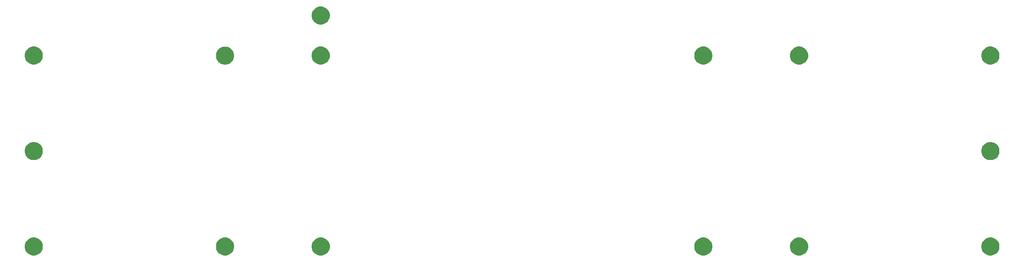
<source format=gbr>
G04 #@! TF.GenerationSoftware,KiCad,Pcbnew,(5.1.2-1)-1*
G04 #@! TF.CreationDate,2020-05-17T12:09:32-05:00*
G04 #@! TF.ProjectId,therick48_bottom_plate,74686572-6963-46b3-9438-5f626f74746f,rev?*
G04 #@! TF.SameCoordinates,Original*
G04 #@! TF.FileFunction,Soldermask,Top*
G04 #@! TF.FilePolarity,Negative*
%FSLAX46Y46*%
G04 Gerber Fmt 4.6, Leading zero omitted, Abs format (unit mm)*
G04 Created by KiCad (PCBNEW (5.1.2-1)-1) date 2020-05-17 12:09:32*
%MOMM*%
%LPD*%
G04 APERTURE LIST*
%ADD10C,0.100000*%
G04 APERTURE END LIST*
D10*
G36*
X255885331Y-90228211D02*
G01*
X256213092Y-90363974D01*
X256508070Y-90561072D01*
X256758928Y-90811930D01*
X256956026Y-91106908D01*
X257091789Y-91434669D01*
X257161000Y-91782616D01*
X257161000Y-92137384D01*
X257091789Y-92485331D01*
X256956026Y-92813092D01*
X256758928Y-93108070D01*
X256508070Y-93358928D01*
X256213092Y-93556026D01*
X255885331Y-93691789D01*
X255537384Y-93761000D01*
X255182616Y-93761000D01*
X254834669Y-93691789D01*
X254506908Y-93556026D01*
X254211930Y-93358928D01*
X253961072Y-93108070D01*
X253763974Y-92813092D01*
X253628211Y-92485331D01*
X253559000Y-92137384D01*
X253559000Y-91782616D01*
X253628211Y-91434669D01*
X253763974Y-91106908D01*
X253961072Y-90811930D01*
X254211930Y-90561072D01*
X254506908Y-90363974D01*
X254834669Y-90228211D01*
X255182616Y-90159000D01*
X255537384Y-90159000D01*
X255885331Y-90228211D01*
X255885331Y-90228211D01*
G37*
G36*
X217885331Y-90228211D02*
G01*
X218213092Y-90363974D01*
X218508070Y-90561072D01*
X218758928Y-90811930D01*
X218956026Y-91106908D01*
X219091789Y-91434669D01*
X219161000Y-91782616D01*
X219161000Y-92137384D01*
X219091789Y-92485331D01*
X218956026Y-92813092D01*
X218758928Y-93108070D01*
X218508070Y-93358928D01*
X218213092Y-93556026D01*
X217885331Y-93691789D01*
X217537384Y-93761000D01*
X217182616Y-93761000D01*
X216834669Y-93691789D01*
X216506908Y-93556026D01*
X216211930Y-93358928D01*
X215961072Y-93108070D01*
X215763974Y-92813092D01*
X215628211Y-92485331D01*
X215559000Y-92137384D01*
X215559000Y-91782616D01*
X215628211Y-91434669D01*
X215763974Y-91106908D01*
X215961072Y-90811930D01*
X216211930Y-90561072D01*
X216506908Y-90363974D01*
X216834669Y-90228211D01*
X217182616Y-90159000D01*
X217537384Y-90159000D01*
X217885331Y-90228211D01*
X217885331Y-90228211D01*
G37*
G36*
X198885331Y-90228211D02*
G01*
X199213092Y-90363974D01*
X199508070Y-90561072D01*
X199758928Y-90811930D01*
X199956026Y-91106908D01*
X200091789Y-91434669D01*
X200161000Y-91782616D01*
X200161000Y-92137384D01*
X200091789Y-92485331D01*
X199956026Y-92813092D01*
X199758928Y-93108070D01*
X199508070Y-93358928D01*
X199213092Y-93556026D01*
X198885331Y-93691789D01*
X198537384Y-93761000D01*
X198182616Y-93761000D01*
X197834669Y-93691789D01*
X197506908Y-93556026D01*
X197211930Y-93358928D01*
X196961072Y-93108070D01*
X196763974Y-92813092D01*
X196628211Y-92485331D01*
X196559000Y-92137384D01*
X196559000Y-91782616D01*
X196628211Y-91434669D01*
X196763974Y-91106908D01*
X196961072Y-90811930D01*
X197211930Y-90561072D01*
X197506908Y-90363974D01*
X197834669Y-90228211D01*
X198182616Y-90159000D01*
X198537384Y-90159000D01*
X198885331Y-90228211D01*
X198885331Y-90228211D01*
G37*
G36*
X122885331Y-90228211D02*
G01*
X123213092Y-90363974D01*
X123508070Y-90561072D01*
X123758928Y-90811930D01*
X123956026Y-91106908D01*
X124091789Y-91434669D01*
X124161000Y-91782616D01*
X124161000Y-92137384D01*
X124091789Y-92485331D01*
X123956026Y-92813092D01*
X123758928Y-93108070D01*
X123508070Y-93358928D01*
X123213092Y-93556026D01*
X122885331Y-93691789D01*
X122537384Y-93761000D01*
X122182616Y-93761000D01*
X121834669Y-93691789D01*
X121506908Y-93556026D01*
X121211930Y-93358928D01*
X120961072Y-93108070D01*
X120763974Y-92813092D01*
X120628211Y-92485331D01*
X120559000Y-92137384D01*
X120559000Y-91782616D01*
X120628211Y-91434669D01*
X120763974Y-91106908D01*
X120961072Y-90811930D01*
X121211930Y-90561072D01*
X121506908Y-90363974D01*
X121834669Y-90228211D01*
X122182616Y-90159000D01*
X122537384Y-90159000D01*
X122885331Y-90228211D01*
X122885331Y-90228211D01*
G37*
G36*
X103885331Y-90228211D02*
G01*
X104213092Y-90363974D01*
X104508070Y-90561072D01*
X104758928Y-90811930D01*
X104956026Y-91106908D01*
X105091789Y-91434669D01*
X105161000Y-91782616D01*
X105161000Y-92137384D01*
X105091789Y-92485331D01*
X104956026Y-92813092D01*
X104758928Y-93108070D01*
X104508070Y-93358928D01*
X104213092Y-93556026D01*
X103885331Y-93691789D01*
X103537384Y-93761000D01*
X103182616Y-93761000D01*
X102834669Y-93691789D01*
X102506908Y-93556026D01*
X102211930Y-93358928D01*
X101961072Y-93108070D01*
X101763974Y-92813092D01*
X101628211Y-92485331D01*
X101559000Y-92137384D01*
X101559000Y-91782616D01*
X101628211Y-91434669D01*
X101763974Y-91106908D01*
X101961072Y-90811930D01*
X102211930Y-90561072D01*
X102506908Y-90363974D01*
X102834669Y-90228211D01*
X103182616Y-90159000D01*
X103537384Y-90159000D01*
X103885331Y-90228211D01*
X103885331Y-90228211D01*
G37*
G36*
X65885331Y-90228211D02*
G01*
X66213092Y-90363974D01*
X66508070Y-90561072D01*
X66758928Y-90811930D01*
X66956026Y-91106908D01*
X67091789Y-91434669D01*
X67161000Y-91782616D01*
X67161000Y-92137384D01*
X67091789Y-92485331D01*
X66956026Y-92813092D01*
X66758928Y-93108070D01*
X66508070Y-93358928D01*
X66213092Y-93556026D01*
X65885331Y-93691789D01*
X65537384Y-93761000D01*
X65182616Y-93761000D01*
X64834669Y-93691789D01*
X64506908Y-93556026D01*
X64211930Y-93358928D01*
X63961072Y-93108070D01*
X63763974Y-92813092D01*
X63628211Y-92485331D01*
X63559000Y-92137384D01*
X63559000Y-91782616D01*
X63628211Y-91434669D01*
X63763974Y-91106908D01*
X63961072Y-90811930D01*
X64211930Y-90561072D01*
X64506908Y-90363974D01*
X64834669Y-90228211D01*
X65182616Y-90159000D01*
X65537384Y-90159000D01*
X65885331Y-90228211D01*
X65885331Y-90228211D01*
G37*
G36*
X255885331Y-71228211D02*
G01*
X256213092Y-71363974D01*
X256508070Y-71561072D01*
X256758928Y-71811930D01*
X256956026Y-72106908D01*
X257091789Y-72434669D01*
X257161000Y-72782616D01*
X257161000Y-73137384D01*
X257091789Y-73485331D01*
X256956026Y-73813092D01*
X256758928Y-74108070D01*
X256508070Y-74358928D01*
X256213092Y-74556026D01*
X255885331Y-74691789D01*
X255537384Y-74761000D01*
X255182616Y-74761000D01*
X254834669Y-74691789D01*
X254506908Y-74556026D01*
X254211930Y-74358928D01*
X253961072Y-74108070D01*
X253763974Y-73813092D01*
X253628211Y-73485331D01*
X253559000Y-73137384D01*
X253559000Y-72782616D01*
X253628211Y-72434669D01*
X253763974Y-72106908D01*
X253961072Y-71811930D01*
X254211930Y-71561072D01*
X254506908Y-71363974D01*
X254834669Y-71228211D01*
X255182616Y-71159000D01*
X255537384Y-71159000D01*
X255885331Y-71228211D01*
X255885331Y-71228211D01*
G37*
G36*
X65885331Y-71228211D02*
G01*
X66213092Y-71363974D01*
X66508070Y-71561072D01*
X66758928Y-71811930D01*
X66956026Y-72106908D01*
X67091789Y-72434669D01*
X67161000Y-72782616D01*
X67161000Y-73137384D01*
X67091789Y-73485331D01*
X66956026Y-73813092D01*
X66758928Y-74108070D01*
X66508070Y-74358928D01*
X66213092Y-74556026D01*
X65885331Y-74691789D01*
X65537384Y-74761000D01*
X65182616Y-74761000D01*
X64834669Y-74691789D01*
X64506908Y-74556026D01*
X64211930Y-74358928D01*
X63961072Y-74108070D01*
X63763974Y-73813092D01*
X63628211Y-73485331D01*
X63559000Y-73137384D01*
X63559000Y-72782616D01*
X63628211Y-72434669D01*
X63763974Y-72106908D01*
X63961072Y-71811930D01*
X64211930Y-71561072D01*
X64506908Y-71363974D01*
X64834669Y-71228211D01*
X65182616Y-71159000D01*
X65537384Y-71159000D01*
X65885331Y-71228211D01*
X65885331Y-71228211D01*
G37*
G36*
X103885331Y-52243211D02*
G01*
X104213092Y-52378974D01*
X104508070Y-52576072D01*
X104758928Y-52826930D01*
X104956026Y-53121908D01*
X105091789Y-53449669D01*
X105161000Y-53797616D01*
X105161000Y-54152384D01*
X105091789Y-54500331D01*
X104956026Y-54828092D01*
X104758928Y-55123070D01*
X104508070Y-55373928D01*
X104213092Y-55571026D01*
X103885331Y-55706789D01*
X103537384Y-55776000D01*
X103182616Y-55776000D01*
X102834669Y-55706789D01*
X102506908Y-55571026D01*
X102211930Y-55373928D01*
X101961072Y-55123070D01*
X101763974Y-54828092D01*
X101628211Y-54500331D01*
X101559000Y-54152384D01*
X101559000Y-53797616D01*
X101628211Y-53449669D01*
X101763974Y-53121908D01*
X101961072Y-52826930D01*
X102211930Y-52576072D01*
X102506908Y-52378974D01*
X102834669Y-52243211D01*
X103182616Y-52174000D01*
X103537384Y-52174000D01*
X103885331Y-52243211D01*
X103885331Y-52243211D01*
G37*
G36*
X255885331Y-52228211D02*
G01*
X256213092Y-52363974D01*
X256508070Y-52561072D01*
X256758928Y-52811930D01*
X256956026Y-53106908D01*
X257091789Y-53434669D01*
X257161000Y-53782616D01*
X257161000Y-54137384D01*
X257091789Y-54485331D01*
X256956026Y-54813092D01*
X256758928Y-55108070D01*
X256508070Y-55358928D01*
X256213092Y-55556026D01*
X255885331Y-55691789D01*
X255537384Y-55761000D01*
X255182616Y-55761000D01*
X254834669Y-55691789D01*
X254506908Y-55556026D01*
X254211930Y-55358928D01*
X253961072Y-55108070D01*
X253763974Y-54813092D01*
X253628211Y-54485331D01*
X253559000Y-54137384D01*
X253559000Y-53782616D01*
X253628211Y-53434669D01*
X253763974Y-53106908D01*
X253961072Y-52811930D01*
X254211930Y-52561072D01*
X254506908Y-52363974D01*
X254834669Y-52228211D01*
X255182616Y-52159000D01*
X255537384Y-52159000D01*
X255885331Y-52228211D01*
X255885331Y-52228211D01*
G37*
G36*
X217885331Y-52228211D02*
G01*
X218213092Y-52363974D01*
X218508070Y-52561072D01*
X218758928Y-52811930D01*
X218956026Y-53106908D01*
X219091789Y-53434669D01*
X219161000Y-53782616D01*
X219161000Y-54137384D01*
X219091789Y-54485331D01*
X218956026Y-54813092D01*
X218758928Y-55108070D01*
X218508070Y-55358928D01*
X218213092Y-55556026D01*
X217885331Y-55691789D01*
X217537384Y-55761000D01*
X217182616Y-55761000D01*
X216834669Y-55691789D01*
X216506908Y-55556026D01*
X216211930Y-55358928D01*
X215961072Y-55108070D01*
X215763974Y-54813092D01*
X215628211Y-54485331D01*
X215559000Y-54137384D01*
X215559000Y-53782616D01*
X215628211Y-53434669D01*
X215763974Y-53106908D01*
X215961072Y-52811930D01*
X216211930Y-52561072D01*
X216506908Y-52363974D01*
X216834669Y-52228211D01*
X217182616Y-52159000D01*
X217537384Y-52159000D01*
X217885331Y-52228211D01*
X217885331Y-52228211D01*
G37*
G36*
X198885331Y-52228211D02*
G01*
X199213092Y-52363974D01*
X199508070Y-52561072D01*
X199758928Y-52811930D01*
X199956026Y-53106908D01*
X200091789Y-53434669D01*
X200161000Y-53782616D01*
X200161000Y-54137384D01*
X200091789Y-54485331D01*
X199956026Y-54813092D01*
X199758928Y-55108070D01*
X199508070Y-55358928D01*
X199213092Y-55556026D01*
X198885331Y-55691789D01*
X198537384Y-55761000D01*
X198182616Y-55761000D01*
X197834669Y-55691789D01*
X197506908Y-55556026D01*
X197211930Y-55358928D01*
X196961072Y-55108070D01*
X196763974Y-54813092D01*
X196628211Y-54485331D01*
X196559000Y-54137384D01*
X196559000Y-53782616D01*
X196628211Y-53434669D01*
X196763974Y-53106908D01*
X196961072Y-52811930D01*
X197211930Y-52561072D01*
X197506908Y-52363974D01*
X197834669Y-52228211D01*
X198182616Y-52159000D01*
X198537384Y-52159000D01*
X198885331Y-52228211D01*
X198885331Y-52228211D01*
G37*
G36*
X122885331Y-52228211D02*
G01*
X123213092Y-52363974D01*
X123508070Y-52561072D01*
X123758928Y-52811930D01*
X123956026Y-53106908D01*
X124091789Y-53434669D01*
X124161000Y-53782616D01*
X124161000Y-54137384D01*
X124091789Y-54485331D01*
X123956026Y-54813092D01*
X123758928Y-55108070D01*
X123508070Y-55358928D01*
X123213092Y-55556026D01*
X122885331Y-55691789D01*
X122537384Y-55761000D01*
X122182616Y-55761000D01*
X121834669Y-55691789D01*
X121506908Y-55556026D01*
X121211930Y-55358928D01*
X120961072Y-55108070D01*
X120763974Y-54813092D01*
X120628211Y-54485331D01*
X120559000Y-54137384D01*
X120559000Y-53782616D01*
X120628211Y-53434669D01*
X120763974Y-53106908D01*
X120961072Y-52811930D01*
X121211930Y-52561072D01*
X121506908Y-52363974D01*
X121834669Y-52228211D01*
X122182616Y-52159000D01*
X122537384Y-52159000D01*
X122885331Y-52228211D01*
X122885331Y-52228211D01*
G37*
G36*
X65885331Y-52228211D02*
G01*
X66213092Y-52363974D01*
X66508070Y-52561072D01*
X66758928Y-52811930D01*
X66956026Y-53106908D01*
X67091789Y-53434669D01*
X67161000Y-53782616D01*
X67161000Y-54137384D01*
X67091789Y-54485331D01*
X66956026Y-54813092D01*
X66758928Y-55108070D01*
X66508070Y-55358928D01*
X66213092Y-55556026D01*
X65885331Y-55691789D01*
X65537384Y-55761000D01*
X65182616Y-55761000D01*
X64834669Y-55691789D01*
X64506908Y-55556026D01*
X64211930Y-55358928D01*
X63961072Y-55108070D01*
X63763974Y-54813092D01*
X63628211Y-54485331D01*
X63559000Y-54137384D01*
X63559000Y-53782616D01*
X63628211Y-53434669D01*
X63763974Y-53106908D01*
X63961072Y-52811930D01*
X64211930Y-52561072D01*
X64506908Y-52363974D01*
X64834669Y-52228211D01*
X65182616Y-52159000D01*
X65537384Y-52159000D01*
X65885331Y-52228211D01*
X65885331Y-52228211D01*
G37*
G36*
X122885331Y-44248211D02*
G01*
X123213092Y-44383974D01*
X123508070Y-44581072D01*
X123758928Y-44831930D01*
X123956026Y-45126908D01*
X124091789Y-45454669D01*
X124161000Y-45802616D01*
X124161000Y-46157384D01*
X124091789Y-46505331D01*
X123956026Y-46833092D01*
X123758928Y-47128070D01*
X123508070Y-47378928D01*
X123213092Y-47576026D01*
X122885331Y-47711789D01*
X122537384Y-47781000D01*
X122182616Y-47781000D01*
X121834669Y-47711789D01*
X121506908Y-47576026D01*
X121211930Y-47378928D01*
X120961072Y-47128070D01*
X120763974Y-46833092D01*
X120628211Y-46505331D01*
X120559000Y-46157384D01*
X120559000Y-45802616D01*
X120628211Y-45454669D01*
X120763974Y-45126908D01*
X120961072Y-44831930D01*
X121211930Y-44581072D01*
X121506908Y-44383974D01*
X121834669Y-44248211D01*
X122182616Y-44179000D01*
X122537384Y-44179000D01*
X122885331Y-44248211D01*
X122885331Y-44248211D01*
G37*
M02*

</source>
